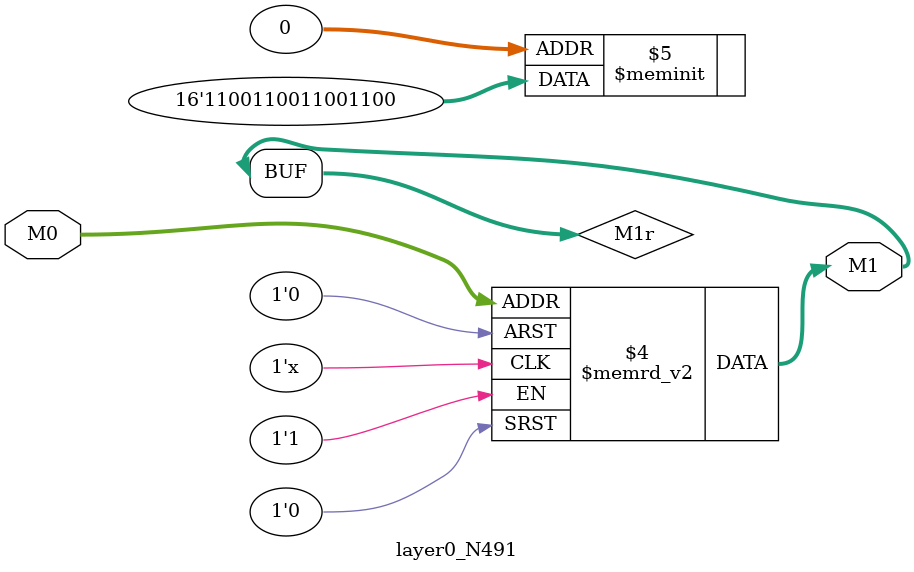
<source format=v>
module layer0_N491 ( input [2:0] M0, output [1:0] M1 );

	(*rom_style = "distributed" *) reg [1:0] M1r;
	assign M1 = M1r;
	always @ (M0) begin
		case (M0)
			3'b000: M1r = 2'b00;
			3'b100: M1r = 2'b00;
			3'b010: M1r = 2'b00;
			3'b110: M1r = 2'b00;
			3'b001: M1r = 2'b11;
			3'b101: M1r = 2'b11;
			3'b011: M1r = 2'b11;
			3'b111: M1r = 2'b11;

		endcase
	end
endmodule

</source>
